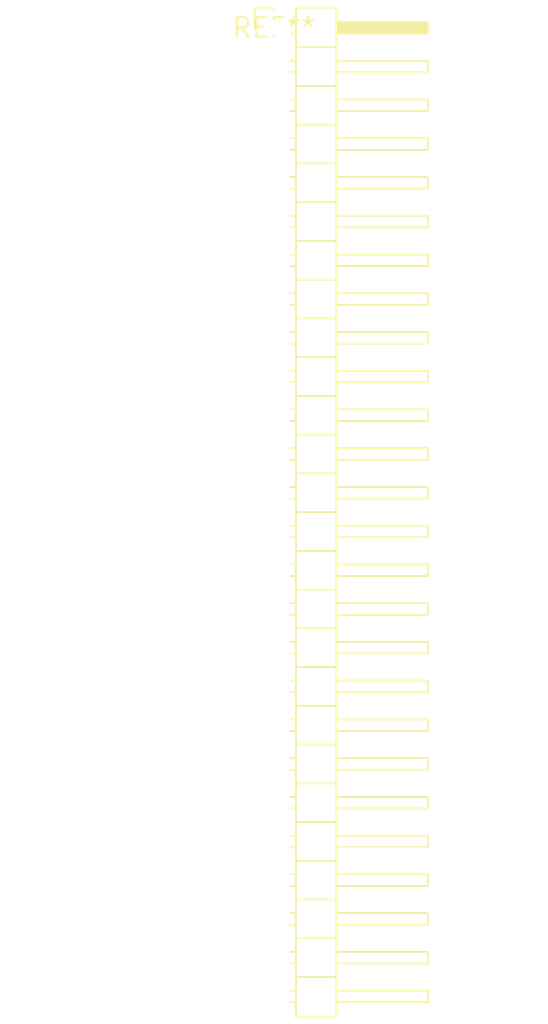
<source format=kicad_pcb>
(kicad_pcb (version 20240108) (generator pcbnew)
  (layers (0 "F.Cu" signal) (31 "B.Cu" signal) (34 "B.Paste" user) (35 "F.Paste" user) (36 "B.SilkS" user "B.Silkscreen") (37 "F.SilkS" user "F.Silkscreen") (38 "B.Mask" user) (39 "F.Mask" user) (44 "Edge.Cuts" user))
  (net 0 "")
  (footprint "PinHeader_1x26_P2.54mm_Horizontal" (layer "F.Cu") (at 0 0)
    (property "Reference" "REF**")
    (property "Value" "PinHeader_1x26_P2.54mm_Horizontal")
    (fp_line (start -1.27 -1.27) (end 0 -1.27) (layer "F.SilkS") (stroke (width 0.12)))
    (fp_line (start -1.27 0) (end -1.27 -1.27) (layer "F.SilkS") (stroke (width 0.12)))
    (fp_line (start 1.042929 2.16) (end 1.44 2.16) (layer "F.SilkS") (stroke (width 0.12)))
    (fp_line (start 1.042929 2.92) (end 1.44 2.92) (layer "F.SilkS") (stroke (width 0.12)))
    (fp_line (start 1.042929 4.7) (end 1.44 4.7) (layer "F.SilkS") (stroke (width 0.12)))
    (fp_line (start 1.042929 5.46) (end 1.44 5.46) (layer "F.SilkS") (stroke (width 0.12)))
    (fp_line (start 1.042929 7.24) (end 1.44 7.24) (layer "F.SilkS") (stroke (width 0.12)))
    (fp_line (start 1.042929 8) (end 1.44 8) (layer "F.SilkS") (stroke (width 0.12)))
    (fp_line (start 1.042929 9.78) (end 1.44 9.78) (layer "F.SilkS") (stroke (width 0.12)))
    (fp_line (start 1.042929 10.54) (end 1.44 10.54) (layer "F.SilkS") (stroke (width 0.12)))
    (fp_line (start 1.042929 12.32) (end 1.44 12.32) (layer "F.SilkS") (stroke (width 0.12)))
    (fp_line (start 1.042929 13.08) (end 1.44 13.08) (layer "F.SilkS") (stroke (width 0.12)))
    (fp_line (start 1.042929 14.86) (end 1.44 14.86) (layer "F.SilkS") (stroke (width 0.12)))
    (fp_line (start 1.042929 15.62) (end 1.44 15.62) (layer "F.SilkS") (stroke (width 0.12)))
    (fp_line (start 1.042929 17.4) (end 1.44 17.4) (layer "F.SilkS") (stroke (width 0.12)))
    (fp_line (start 1.042929 18.16) (end 1.44 18.16) (layer "F.SilkS") (stroke (width 0.12)))
    (fp_line (start 1.042929 19.94) (end 1.44 19.94) (layer "F.SilkS") (stroke (width 0.12)))
    (fp_line (start 1.042929 20.7) (end 1.44 20.7) (layer "F.SilkS") (stroke (width 0.12)))
    (fp_line (start 1.042929 22.48) (end 1.44 22.48) (layer "F.SilkS") (stroke (width 0.12)))
    (fp_line (start 1.042929 23.24) (end 1.44 23.24) (layer "F.SilkS") (stroke (width 0.12)))
    (fp_line (start 1.042929 25.02) (end 1.44 25.02) (layer "F.SilkS") (stroke (width 0.12)))
    (fp_line (start 1.042929 25.78) (end 1.44 25.78) (layer "F.SilkS") (stroke (width 0.12)))
    (fp_line (start 1.042929 27.56) (end 1.44 27.56) (layer "F.SilkS") (stroke (width 0.12)))
    (fp_line (start 1.042929 28.32) (end 1.44 28.32) (layer "F.SilkS") (stroke (width 0.12)))
    (fp_line (start 1.042929 30.1) (end 1.44 30.1) (layer "F.SilkS") (stroke (width 0.12)))
    (fp_line (start 1.042929 30.86) (end 1.44 30.86) (layer "F.SilkS") (stroke (width 0.12)))
    (fp_line (start 1.042929 32.64) (end 1.44 32.64) (layer "F.SilkS") (stroke (width 0.12)))
    (fp_line (start 1.042929 33.4) (end 1.44 33.4) (layer "F.SilkS") (stroke (width 0.12)))
    (fp_line (start 1.042929 35.18) (end 1.44 35.18) (layer "F.SilkS") (stroke (width 0.12)))
    (fp_line (start 1.042929 35.94) (end 1.44 35.94) (layer "F.SilkS") (stroke (width 0.12)))
    (fp_line (start 1.042929 37.72) (end 1.44 37.72) (layer "F.SilkS") (stroke (width 0.12)))
    (fp_line (start 1.042929 38.48) (end 1.44 38.48) (layer "F.SilkS") (stroke (width 0.12)))
    (fp_line (start 1.042929 40.26) (end 1.44 40.26) (layer "F.SilkS") (stroke (width 0.12)))
    (fp_line (start 1.042929 41.02) (end 1.44 41.02) (layer "F.SilkS") (stroke (width 0.12)))
    (fp_line (start 1.042929 42.8) (end 1.44 42.8) (layer "F.SilkS") (stroke (width 0.12)))
    (fp_line (start 1.042929 43.56) (end 1.44 43.56) (layer "F.SilkS") (stroke (width 0.12)))
    (fp_line (start 1.042929 45.34) (end 1.44 45.34) (layer "F.SilkS") (stroke (width 0.12)))
    (fp_line (start 1.042929 46.1) (end 1.44 46.1) (layer "F.SilkS") (stroke (width 0.12)))
    (fp_line (start 1.042929 47.88) (end 1.44 47.88) (layer "F.SilkS") (stroke (width 0.12)))
    (fp_line (start 1.042929 48.64) (end 1.44 48.64) (layer "F.SilkS") (stroke (width 0.12)))
    (fp_line (start 1.042929 50.42) (end 1.44 50.42) (layer "F.SilkS") (stroke (width 0.12)))
    (fp_line (start 1.042929 51.18) (end 1.44 51.18) (layer "F.SilkS") (stroke (width 0.12)))
    (fp_line (start 1.042929 52.96) (end 1.44 52.96) (layer "F.SilkS") (stroke (width 0.12)))
    (fp_line (start 1.042929 53.72) (end 1.44 53.72) (layer "F.SilkS") (stroke (width 0.12)))
    (fp_line (start 1.042929 55.5) (end 1.44 55.5) (layer "F.SilkS") (stroke (width 0.12)))
    (fp_line (start 1.042929 56.26) (end 1.44 56.26) (layer "F.SilkS") (stroke (width 0.12)))
    (fp_line (start 1.042929 58.04) (end 1.44 58.04) (layer "F.SilkS") (stroke (width 0.12)))
    (fp_line (start 1.042929 58.8) (end 1.44 58.8) (layer "F.SilkS") (stroke (width 0.12)))
    (fp_line (start 1.042929 60.58) (end 1.44 60.58) (layer "F.SilkS") (stroke (width 0.12)))
    (fp_line (start 1.042929 61.34) (end 1.44 61.34) (layer "F.SilkS") (stroke (width 0.12)))
    (fp_line (start 1.042929 63.12) (end 1.44 63.12) (layer "F.SilkS") (stroke (width 0.12)))
    (fp_line (start 1.042929 63.88) (end 1.44 63.88) (layer "F.SilkS") (stroke (width 0.12)))
    (fp_line (start 1.11 -0.38) (end 1.44 -0.38) (layer "F.SilkS") (stroke (width 0.12)))
    (fp_line (start 1.11 0.38) (end 1.44 0.38) (layer "F.SilkS") (stroke (width 0.12)))
    (fp_line (start 1.44 -1.33) (end 1.44 64.83) (layer "F.SilkS") (stroke (width 0.12)))
    (fp_line (start 1.44 1.27) (end 4.1 1.27) (layer "F.SilkS") (stroke (width 0.12)))
    (fp_line (start 1.44 3.81) (end 4.1 3.81) (layer "F.SilkS") (stroke (width 0.12)))
    (fp_line (start 1.44 6.35) (end 4.1 6.35) (layer "F.SilkS") (stroke (width 0.12)))
    (fp_line (start 1.44 8.89) (end 4.1 8.89) (layer "F.SilkS") (stroke (width 0.12)))
    (fp_line (start 1.44 11.43) (end 4.1 11.43) (layer "F.SilkS") (stroke (width 0.12)))
    (fp_line (start 1.44 13.97) (end 4.1 13.97) (layer "F.SilkS") (stroke (width 0.12)))
    (fp_line (start 1.44 16.51) (end 4.1 16.51) (layer "F.SilkS") (stroke (width 0.12)))
    (fp_line (start 1.44 19.05) (end 4.1 19.05) (layer "F.SilkS") (stroke (width 0.12)))
    (fp_line (start 1.44 21.59) (end 4.1 21.59) (layer "F.SilkS") (stroke (width 0.12)))
    (fp_line (start 1.44 24.13) (end 4.1 24.13) (layer "F.SilkS") (stroke (width 0.12)))
    (fp_line (start 1.44 26.67) (end 4.1 26.67) (layer "F.SilkS") (stroke (width 0.12)))
    (fp_line (start 1.44 29.21) (end 4.1 29.21) (layer "F.SilkS") (stroke (width 0.12)))
    (fp_line (start 1.44 31.75) (end 4.1 31.75) (layer "F.SilkS") (stroke (width 0.12)))
    (fp_line (start 1.44 34.29) (end 4.1 34.29) (layer "F.SilkS") (stroke (width 0.12)))
    (fp_line (start 1.44 36.83) (end 4.1 36.83) (layer "F.SilkS") (stroke (width 0.12)))
    (fp_line (start 1.44 39.37) (end 4.1 39.37) (layer "F.SilkS") (stroke (width 0.12)))
    (fp_line (start 1.44 41.91) (end 4.1 41.91) (layer "F.SilkS") (stroke (width 0.12)))
    (fp_line (start 1.44 44.45) (end 4.1 44.45) (layer "F.SilkS") (stroke (width 0.12)))
    (fp_line (start 1.44 46.99) (end 4.1 46.99) (layer "F.SilkS") (stroke (width 0.12)))
    (fp_line (start 1.44 49.53) (end 4.1 49.53) (layer "F.SilkS") (stroke (width 0.12)))
    (fp_line (start 1.44 52.07) (end 4.1 52.07) (layer "F.SilkS") (stroke (width 0.12)))
    (fp_line (start 1.44 54.61) (end 4.1 54.61) (layer "F.SilkS") (stroke (width 0.12)))
    (fp_line (start 1.44 57.15) (end 4.1 57.15) (layer "F.SilkS") (stroke (width 0.12)))
    (fp_line (start 1.44 59.69) (end 4.1 59.69) (layer "F.SilkS") (stroke (width 0.12)))
    (fp_line (start 1.44 62.23) (end 4.1 62.23) (layer "F.SilkS") (stroke (width 0.12)))
    (fp_line (start 1.44 64.83) (end 4.1 64.83) (layer "F.SilkS") (stroke (width 0.12)))
    (fp_line (start 4.1 -1.33) (end 1.44 -1.33) (layer "F.SilkS") (stroke (width 0.12)))
    (fp_line (start 4.1 -0.38) (end 10.1 -0.38) (layer "F.SilkS") (stroke (width 0.12)))
    (fp_line (start 4.1 -0.32) (end 10.1 -0.32) (layer "F.SilkS") (stroke (width 0.12)))
    (fp_line (start 4.1 -0.2) (end 10.1 -0.2) (layer "F.SilkS") (stroke (width 0.12)))
    (fp_line (start 4.1 -0.08) (end 10.1 -0.08) (layer "F.SilkS") (stroke (width 0.12)))
    (fp_line (start 4.1 0.04) (end 10.1 0.04) (layer "F.SilkS") (stroke (width 0.12)))
    (fp_line (start 4.1 0.16) (end 10.1 0.16) (layer "F.SilkS") (stroke (width 0.12)))
    (fp_line (start 4.1 0.28) (end 10.1 0.28) (layer "F.SilkS") (stroke (width 0.12)))
    (fp_line (start 4.1 2.16) (end 10.1 2.16) (layer "F.SilkS") (stroke (width 0.12)))
    (fp_line (start 4.1 4.7) (end 10.1 4.7) (layer "F.SilkS") (stroke (width 0.12)))
    (fp_line (start 4.1 7.24) (end 10.1 7.24) (layer "F.SilkS") (stroke (width 0.12)))
    (fp_line (start 4.1 9.78) (end 10.1 9.78) (layer "F.SilkS") (stroke (width 0.12)))
    (fp_line (start 4.1 12.32) (end 10.1 12.32) (layer "F.SilkS") (stroke (width 0.12)))
    (fp_line (start 4.1 14.86) (end 10.1 14.86) (layer "F.SilkS") (stroke (width 0.12)))
    (fp_line (start 4.1 17.4) (end 10.1 17.4) (layer "F.SilkS") (stroke (width 0.12)))
    (fp_line (start 4.1 19.94) (end 10.1 19.94) (layer "F.SilkS") (stroke (width 0.12)))
    (fp_line (start 4.1 22.48) (end 10.1 22.48) (layer "F.SilkS") (stroke (width 0.12)))
    (fp_line (start 4.1 25.02) (end 10.1 25.02) (layer "F.SilkS") (stroke (width 0.12)))
    (fp_line (start 4.1 27.56) (end 10.1 27.56) (layer "F.SilkS") (stroke (width 0.12)))
    (fp_line (start 4.1 30.1) (end 10.1 30.1) (layer "F.SilkS") (stroke (width 0.12)))
    (fp_line (start 4.1 32.64) (end 10.1 32.64) (layer "F.SilkS") (stroke (width 0.12)))
    (fp_line (start 4.1 35.18) (end 10.1 35.18) (layer "F.SilkS") (stroke (width 0.12)))
    (fp_line (start 4.1 37.72) (end 10.1 37.72) (layer "F.SilkS") (stroke (width 0.12)))
    (fp_line (start 4.1 40.26) (end 10.1 40.26) (layer "F.SilkS") (stroke (width 0.12)))
    (fp_line (start 4.1 42.8) (end 10.1 42.8) (layer "F.SilkS") (stroke (width 0.12)))
    (fp_line (start 4.1 45.34) (end 10.1 45.34) (layer "F.SilkS") (stroke (width 0.12)))
    (fp_line (start 4.1 47.88) (end 10.1 47.88) (layer "F.SilkS") (stroke (width 0.12)))
    (fp_line (start 4.1 50.42) (end 10.1 50.42) (layer "F.SilkS") (stroke (width 0.12)))
    (fp_line (start 4.1 52.96) (end 10.1 52.96) (layer "F.SilkS") (stroke (width 0.12)))
    (fp_line (start 4.1 55.5) (end 10.1 55.5) (layer "F.SilkS") (stroke (width 0.12)))
    (fp_line (start 4.1 58.04) (end 10.1 58.04) (layer "F.SilkS") (stroke (width 0.12)))
    (fp_line (start 4.1 60.58) (end 10.1 60.58) (layer "F.SilkS") (stroke (width 0.12)))
    (fp_line (start 4.1 63.12) (end 10.1 63.12) (layer "F.SilkS") (stroke (width 0.12)))
    (fp_line (start 4.1 64.83) (end 4.1 -1.33) (layer "F.SilkS") (stroke (width 0.12)))
    (fp_line (start 10.1 -0.38) (end 10.1 0.38) (layer "F.SilkS") (stroke (width 0.12)))
    (fp_line (start 10.1 0.38) (end 4.1 0.38) (layer "F.SilkS") (stroke (width 0.12)))
    (fp_line (start 10.1 2.16) (end 10.1 2.92) (layer "F.SilkS") (stroke (width 0.12)))
    (fp_line (start 10.1 2.92) (end 4.1 2.92) (layer "F.SilkS") (stroke (width 0.12)))
    (fp_line (start 10.1 4.7) (end 10.1 5.46) (layer "F.SilkS") (stroke (width 0.12)))
    (fp_line (start 10.1 5.46) (end 4.1 5.46) (layer "F.SilkS") (stroke (width 0.12)))
    (fp_line (start 10.1 7.24) (end 10.1 8) (layer "F.SilkS") (stroke (width 0.12)))
    (fp_line (start 10.1 8) (end 4.1 8) (layer "F.SilkS") (stroke (width 0.12)))
    (fp_line (start 10.1 9.78) (end 10.1 10.54) (layer "F.SilkS") (stroke (width 0.12)))
    (fp_line (start 10.1 10.54) (end 4.1 10.54) (layer "F.SilkS") (stroke (width 0.12)))
    (fp_line (start 10.1 12.32) (end 10.1 13.08) (layer "F.SilkS") (stroke (width 0.12)))
    (fp_line (start 10.1 13.08) (end 4.1 13.08) (layer "F.SilkS") (stroke (width 0.12)))
    (fp_line (start 10.1 14.86) (end 10.1 15.62) (layer "F.SilkS") (stroke (width 0.12)))
    (fp_line (start 10.1 15.62) (end 4.1 15.62) (layer "F.SilkS") (stroke (width 0.12)))
    (fp_line (start 10.1 17.4) (end 10.1 18.16) (layer "F.SilkS") (stroke (width 0.12)))
    (fp_line (start 10.1 18.16) (end 4.1 18.16) (layer "F.SilkS") (stroke (width 0.12)))
    (fp_line (start 10.1 19.94) (end 10.1 20.7) (layer "F.SilkS") (stroke (width 0.12)))
    (fp_line (start 10.1 20.7) (end 4.1 20.7) (layer "F.SilkS") (stroke (width 0.12)))
    (fp_line (start 10.1 22.48) (end 10.1 23.24) (layer "F.SilkS") (stroke (width 0.12)))
    (fp_line (start 10.1 23.24) (end 4.1 23.24) (layer "F.SilkS") (stroke (width 0.12)))
    (fp_line (start 10.1 25.02) (end 10.1 25.78) (layer "F.SilkS") (stroke (width 0.12)))
    (fp_line (start 10.1 25.78) (end 4.1 25.78) (layer "F.SilkS") (stroke (width 0.12)))
    (fp_line (start 10.1 27.56) (end 10.1 28.32) (layer "F.SilkS") (stroke (width 0.12)))
    (fp_line (start 10.1 28.32) (end 4.1 28.32) (layer "F.SilkS") (stroke (width 0.12)))
    (fp_line (start 10.1 30.1) (end 10.1 30.86) (layer "F.SilkS") (stroke (width 0.12)))
    (fp_line (start 10.1 30.86) (end 4.1 30.86) (layer "F.SilkS") (stroke (width 0.12)))
    (fp_line (start 10.1 32.64) (end 10.1 33.4) (layer "F.SilkS") (stroke (width 0.12)))
    (fp_line (start 10.1 33.4) (end 4.1 33.4) (layer "F.SilkS") (stroke (width 0.12)))
    (fp_line (start 10.1 35.18) (end 10.1 35.94) (layer "F.SilkS") (stroke (width 0.12)))
    (fp_line (start 10.1 35.94) (end 4.1 35.94) (layer "F.SilkS") (stroke (width 0.12)))
    (fp_line (start 10.1 37.72) (end 10.1 38.48) (layer "F.SilkS") (stroke (width 0.12)))
    (fp_line (start 10.1 38.48) (end 4.1 38.48) (layer "F.SilkS") (stroke (width 0.12)))
    (fp_line (start 10.1 40.26) (end 10.1 41.02) (layer "F.SilkS") (stroke (width 0.12)))
    (fp_line (start 10.1 41.02) (end 4.1 41.02) (layer "F.SilkS") (stroke (width 0.12)))
    (fp_line (start 10.1 42.8) (end 10.1 43.56) (layer "F.SilkS") (stroke (width 0.12)))
    (fp_line (start 10.1 43.56) (end 4.1 43.56) (layer "F.SilkS") (stroke (width 0.12)))
    (fp_line (start 10.1 45.34) (end 10.1 46.1) (layer "F.SilkS") (stroke (width 0.12)))
    (fp_line (start 10.1 46.1) (end 4.1 46.1) (layer "F.SilkS") (stroke (width 0.12)))
    (fp_line (start 10.1 47.88) (end 10.1 48.64) (layer "F.SilkS") (stroke (width 0.12)))
    (fp_line (start 10.1 48.64) (end 4.1 48.64) (layer "F.SilkS") (stroke (width 0.12)))
    (fp_line (start 10.1 50.42) (end 10.1 51.18) (layer "F.SilkS") (stroke (width 0.12)))
    (fp_line (start 10.1 51.18) (end 4.1 51.18) (layer "F.SilkS") (stroke (width 0.12)))
    (fp_line (start 10.1 52.96) (end 10.1 53.72) (layer "F.SilkS") (stroke (width 0.12)))
    (fp_line (start 10.1 53.72) (end 4.1 53.72) (layer "F.SilkS") (stroke (width 0.12)))
    (fp_line (start 10.1 55.5) (end 10.1 56.26) (layer "F.SilkS") (stroke (width 0.12)))
    (fp_line (start 10.1 56.26) (end 4.1 56.26) (layer "F.SilkS") (stroke (width 0.12)))
    (fp_line (start 10.1 58.04) (end 10.1 58.8) (layer "F.SilkS") (stroke (width 0.12)))
    (fp_line (start 10.1 58.8) (end 4.1 58.8) (layer "F.SilkS") (stroke (width 0.12)))
    (fp_line (start 10.1 60.58) (end 10.1 61.34) (layer "F.SilkS") (stroke (width 0.12)))
    (fp_line (start 10.1 61.34) (end 4.1 61.34) (layer "F.SilkS") (stroke (width 0.12)))
    (fp_line (start 10.1 63.12) (end 10.1 63.88) (layer "F.SilkS") (stroke (width 0.12)))
    (fp_line (start 10.1 63.88) (end 4.1 63.88) (layer "F.SilkS") (stroke (width 0.12)))
    (pad "1" thru_hole rect (at 0 0) (size 1.7 1.7) (drill 1) (layers *.Cu *.Mask) (remove_unused_layers))
    (pad "2" thru_hole oval (at 0 2.54) (size 1.7 1.7) (drill 1) (layers *.Cu *.Mask) (remove_unused_layers))
    (pad "3" thru_hole oval (at 0 5.08) (size 1.7 1.7) (drill 1) (layers *.Cu *.Mask) (remove_unused_layers))
    (pad "4" thru_hole oval (at 0 7.62) (size 1.7 1.7) (drill 1) (layers *.Cu *.Mask) (remove_unused_layers))
    (pad "5" thru_hole oval (at 0 10.16) (size 1.7 1.7) (drill 1) (layers *.Cu *.Mask) (remove_unused_layers))
    (pad "6" thru_hole oval (at 0 12.7) (size 1.7 1.7) (drill 1) (layers *.Cu *.Mask) (remove_unused_layers))
    (pad "7" thru_hole oval (at 0 15.24) (size 1.7 1.7) (drill 1) (layers *.Cu *.Mask) (remove_unused_layers))
    (pad "8" thru_hole oval (at 0 17.78) (size 1.7 1.7) (drill 1) (layers *.Cu *.Mask) (remove_unused_layers))
    (pad "9" thru_hole oval (at 0 20.32) (size 1.7 1.7) (drill 1) (layers *.Cu *.Mask) (remove_unused_layers))
    (pad "10" thru_hole oval (at 0 22.86) (size 1.7 1.7) (drill 1) (layers *.Cu *.Mask) (remove_unused_layers))
    (pad "11" thru_hole oval (at 0 25.4) (size 1.7 1.7) (drill 1) (layers *.Cu *.Mask) (remove_unused_layers))
    (pad "12" thru_hole oval (at 0 27.94) (size 1.7 1.7) (drill 1) (layers *.Cu *.Mask) (remove_unused_layers))
    (pad "13" thru_hole oval (at 0 30.48) (size 1.7 1.7) (drill 1) (layers *.Cu *.Mask) (remove_unused_layers))
    (pad "14" thru_hole oval (at 0 33.02) (size 1.7 1.7) (drill 1) (layers *.Cu *.Mask) (remove_unused_layers))
    (pad "15" thru_hole oval (at 0 35.56) (size 1.7 1.7) (drill 1) (layers *.Cu *.Mask) (remove_unused_layers))
    (pad "16" thru_hole oval (at 0 38.1) (size 1.7 1.7) (drill 1) (layers *.Cu *.Mask) (remove_unused_layers))
    (pad "17" thru_hole oval (at 0 40.64) (size 1.7 1.7) (drill 1) (layers *.Cu *.Mask) (remove_unused_layers))
    (pad "18" thru_hole oval (at 0 43.18) (size 1.7 1.7) (drill 1) (layers *.Cu *.Mask) (remove_unused_layers))
    (pad "19" thru_hole oval (at 0 45.72) (size 1.7 1.7) (drill 1) (layers *.Cu *.Mask) (remove_unused_layers))
    (pad "20" thru_hole oval (at 0 48.26) (size 1.7 1.7) (drill 1) (layers *.Cu *.Mask) (remove_unused_layers))
    (pad "21" thru_hole oval (at 0 50.8) (size 1.7 1.7) (drill 1) (layers *.Cu *.Mask) (remove_unused_layers))
    (pad "22" thru_hole oval (at 0 53.34) (size 1.7 1.7) (drill 1) (layers *.Cu *.Mask) (remove_unused_layers))
    (pad "23" thru_hole oval (at 0 55.88) (size 1.7 1.7) (drill 1) (layers *.Cu *.Mask) (remove_unused_layers))
    (pad "24" thru_hole oval (at 0 58.42) (size 1.7 1.7) (drill 1) (layers *.Cu *.Mask) (remove_unused_layers))
    (pad "25" thru_hole oval (at 0 60.96) (size 1.7 1.7) (drill 1) (layers *.Cu *.Mask) (remove_unused_layers))
    (pad "26" thru_hole oval (at 0 63.5) (size 1.7 1.7) (drill 1) (layers *.Cu *.Mask) (remove_unused_layers))
  )
)
</source>
